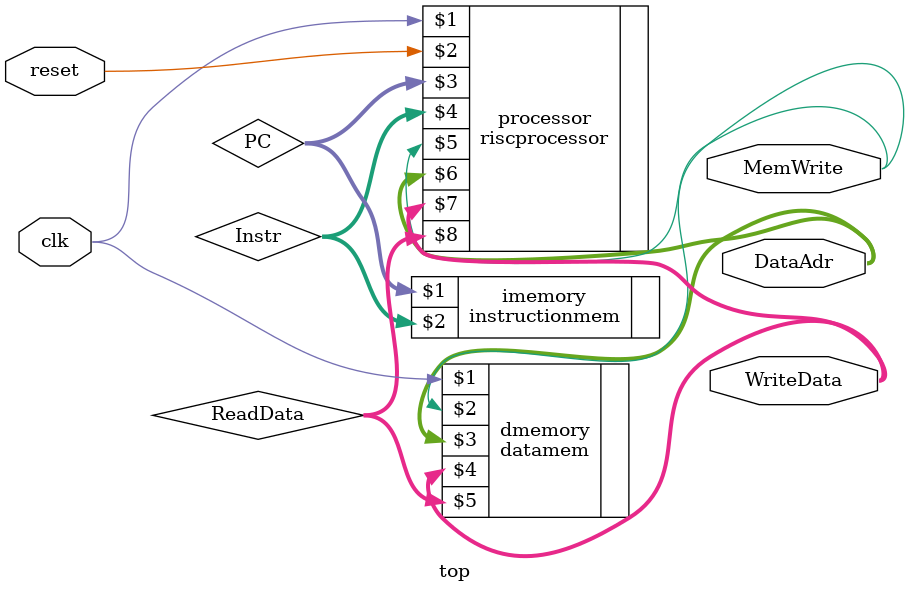
<source format=v>
module top(input     clk, reset, 
           output  [15:0] WriteData, DataAdr, 
           output     MemWrite);

  wire [31:0] PC, Instr;
  wire [15:0] ReadData;
   
  // instantiate processor and memories
  riscprocessor processor(clk, reset, PC, Instr, MemWrite, DataAdr, 
                       WriteData, ReadData);
  instructionmem imemory(PC, Instr);
  datamem dmemory(clk, MemWrite, DataAdr, WriteData, ReadData);
endmodule
</source>
